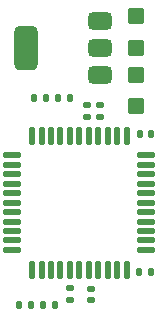
<source format=gbr>
%TF.GenerationSoftware,KiCad,Pcbnew,9.0.1*%
%TF.CreationDate,2025-05-01T11:14:46+01:00*%
%TF.ProjectId,SerialULA,53657269-616c-4554-9c41-2e6b69636164,01*%
%TF.SameCoordinates,Original*%
%TF.FileFunction,Paste,Top*%
%TF.FilePolarity,Positive*%
%FSLAX46Y46*%
G04 Gerber Fmt 4.6, Leading zero omitted, Abs format (unit mm)*
G04 Created by KiCad (PCBNEW 9.0.1) date 2025-05-01 11:14:46*
%MOMM*%
%LPD*%
G01*
G04 APERTURE LIST*
G04 Aperture macros list*
%AMRoundRect*
0 Rectangle with rounded corners*
0 $1 Rounding radius*
0 $2 $3 $4 $5 $6 $7 $8 $9 X,Y pos of 4 corners*
0 Add a 4 corners polygon primitive as box body*
4,1,4,$2,$3,$4,$5,$6,$7,$8,$9,$2,$3,0*
0 Add four circle primitives for the rounded corners*
1,1,$1+$1,$2,$3*
1,1,$1+$1,$4,$5*
1,1,$1+$1,$6,$7*
1,1,$1+$1,$8,$9*
0 Add four rect primitives between the rounded corners*
20,1,$1+$1,$2,$3,$4,$5,0*
20,1,$1+$1,$4,$5,$6,$7,0*
20,1,$1+$1,$6,$7,$8,$9,0*
20,1,$1+$1,$8,$9,$2,$3,0*%
G04 Aperture macros list end*
%ADD10RoundRect,0.135000X-0.185000X0.135000X-0.185000X-0.135000X0.185000X-0.135000X0.185000X0.135000X0*%
%ADD11RoundRect,0.135000X0.135000X0.185000X-0.135000X0.185000X-0.135000X-0.185000X0.135000X-0.185000X0*%
%ADD12RoundRect,0.137500X-0.600000X-0.137500X0.600000X-0.137500X0.600000X0.137500X-0.600000X0.137500X0*%
%ADD13RoundRect,0.137500X-0.137500X-0.600000X0.137500X-0.600000X0.137500X0.600000X-0.137500X0.600000X0*%
%ADD14RoundRect,0.135000X-0.135000X-0.185000X0.135000X-0.185000X0.135000X0.185000X-0.135000X0.185000X0*%
%ADD15RoundRect,0.375000X0.625000X0.375000X-0.625000X0.375000X-0.625000X-0.375000X0.625000X-0.375000X0*%
%ADD16RoundRect,0.500000X0.500000X1.400000X-0.500000X1.400000X-0.500000X-1.400000X0.500000X-1.400000X0*%
%ADD17RoundRect,0.140000X-0.140000X-0.170000X0.140000X-0.170000X0.140000X0.170000X-0.140000X0.170000X0*%
%ADD18RoundRect,0.250000X-0.445000X0.457500X-0.445000X-0.457500X0.445000X-0.457500X0.445000X0.457500X0*%
%ADD19RoundRect,0.140000X0.170000X-0.140000X0.170000X0.140000X-0.170000X0.140000X-0.170000X-0.140000X0*%
%ADD20RoundRect,0.250000X0.445000X-0.457500X0.445000X0.457500X-0.445000X0.457500X-0.445000X-0.457500X0*%
G04 APERTURE END LIST*
D10*
%TO.C,R7*%
X84803000Y-63620000D03*
X84803000Y-64640000D03*
%TD*%
%TO.C,R2*%
X87381000Y-48124000D03*
X87381000Y-49144000D03*
%TD*%
%TO.C,R3*%
X86238000Y-48126000D03*
X86238000Y-49146000D03*
%TD*%
D11*
%TO.C,R5*%
X83573000Y-65019000D03*
X82553000Y-65019000D03*
%TD*%
D12*
%TO.C,U1*%
X79940500Y-52383000D03*
X79940500Y-53183000D03*
X79940500Y-53983000D03*
X79940500Y-54783000D03*
X79940500Y-55583000D03*
X79940500Y-56383000D03*
X79940500Y-57183000D03*
X79940500Y-57983000D03*
X79940500Y-58783000D03*
X79940500Y-59583000D03*
X79940500Y-60383000D03*
D13*
X81603000Y-62045500D03*
X82403000Y-62045500D03*
X83203000Y-62045500D03*
X84003000Y-62045500D03*
X84803000Y-62045500D03*
X85603000Y-62045500D03*
X86403000Y-62045500D03*
X87203000Y-62045500D03*
X88003000Y-62045500D03*
X88803000Y-62045500D03*
X89603000Y-62045500D03*
D12*
X91265500Y-60383000D03*
X91265500Y-59583000D03*
X91265500Y-58783000D03*
X91265500Y-57983000D03*
X91265500Y-57183000D03*
X91265500Y-56383000D03*
X91265500Y-55583000D03*
X91265500Y-54783000D03*
X91265500Y-53983000D03*
X91265500Y-53183000D03*
X91265500Y-52383000D03*
D13*
X89603000Y-50720500D03*
X88803000Y-50720500D03*
X88003000Y-50720500D03*
X87203000Y-50720500D03*
X86403000Y-50720500D03*
X85603000Y-50720500D03*
X84803000Y-50720500D03*
X84003000Y-50720500D03*
X83203000Y-50720500D03*
X82403000Y-50720500D03*
X81603000Y-50720500D03*
%TD*%
D14*
%TO.C,R6*%
X80521000Y-65019000D03*
X81541000Y-65019000D03*
%TD*%
D15*
%TO.C,U2*%
X87356000Y-45602000D03*
X87356000Y-43302000D03*
D16*
X81056000Y-43302000D03*
D15*
X87356000Y-41002000D03*
%TD*%
D17*
%TO.C,C2*%
X90683000Y-62225000D03*
X91643000Y-62225000D03*
%TD*%
D11*
%TO.C,R4*%
X82811000Y-47493000D03*
X81791000Y-47493000D03*
%TD*%
%TO.C,R1*%
X84843000Y-47493000D03*
X83823000Y-47493000D03*
%TD*%
D18*
%TO.C,C2.1*%
X90429000Y-40552500D03*
X90429000Y-43257500D03*
%TD*%
D19*
%TO.C,C1*%
X86619000Y-64610000D03*
X86619000Y-63650000D03*
%TD*%
D20*
%TO.C,C2.2*%
X90429000Y-48235900D03*
X90429000Y-45530900D03*
%TD*%
D17*
%TO.C,C3*%
X90711000Y-50541000D03*
X91671000Y-50541000D03*
%TD*%
M02*

</source>
